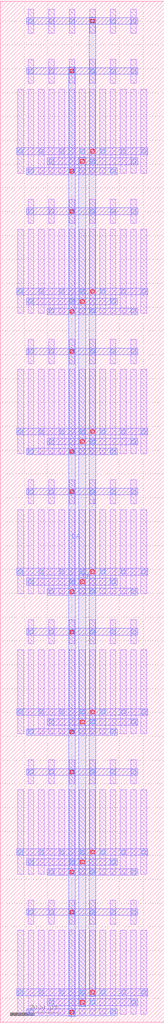
<source format=lef>
MACRO SCM_PMOS_77874900_X3_Y7
  UNITS 
    DATABASE MICRONS UNITS 1000;
  END UNITS 
  ORIGIN 0 0 ;
  FOREIGN SCM_PMOS_77874900_X3_Y7 0 0 ;
  SIZE 6880 BY 42840 ;
  PIN DA
    DIRECTION INOUT ;
    USE SIGNAL ;
    PORT
      LAYER M3 ;
        RECT 2870 260 3150 40060 ;
    END
  END DA
  PIN DB
    DIRECTION INOUT ;
    USE SIGNAL ;
    PORT
      LAYER M3 ;
        RECT 3300 680 3580 36280 ;
    END
  END DB
  PIN S
    DIRECTION INOUT ;
    USE SIGNAL ;
    PORT
      LAYER M3 ;
        RECT 3730 1100 4010 42160 ;
    END
  END S
  OBS
    LAYER M1 ;
      RECT 1165 335 1415 3865 ;
    LAYER M1 ;
      RECT 1165 4115 1415 5125 ;
    LAYER M1 ;
      RECT 1165 6215 1415 9745 ;
    LAYER M1 ;
      RECT 1165 9995 1415 11005 ;
    LAYER M1 ;
      RECT 1165 12095 1415 15625 ;
    LAYER M1 ;
      RECT 1165 15875 1415 16885 ;
    LAYER M1 ;
      RECT 1165 17975 1415 21505 ;
    LAYER M1 ;
      RECT 1165 21755 1415 22765 ;
    LAYER M1 ;
      RECT 1165 23855 1415 27385 ;
    LAYER M1 ;
      RECT 1165 27635 1415 28645 ;
    LAYER M1 ;
      RECT 1165 29735 1415 33265 ;
    LAYER M1 ;
      RECT 1165 33515 1415 34525 ;
    LAYER M1 ;
      RECT 1165 35615 1415 39145 ;
    LAYER M1 ;
      RECT 1165 39395 1415 40405 ;
    LAYER M1 ;
      RECT 1165 41495 1415 42505 ;
    LAYER M1 ;
      RECT 735 335 985 3865 ;
    LAYER M1 ;
      RECT 735 6215 985 9745 ;
    LAYER M1 ;
      RECT 735 12095 985 15625 ;
    LAYER M1 ;
      RECT 735 17975 985 21505 ;
    LAYER M1 ;
      RECT 735 23855 985 27385 ;
    LAYER M1 ;
      RECT 735 29735 985 33265 ;
    LAYER M1 ;
      RECT 735 35615 985 39145 ;
    LAYER M1 ;
      RECT 1595 335 1845 3865 ;
    LAYER M1 ;
      RECT 1595 6215 1845 9745 ;
    LAYER M1 ;
      RECT 1595 12095 1845 15625 ;
    LAYER M1 ;
      RECT 1595 17975 1845 21505 ;
    LAYER M1 ;
      RECT 1595 23855 1845 27385 ;
    LAYER M1 ;
      RECT 1595 29735 1845 33265 ;
    LAYER M1 ;
      RECT 1595 35615 1845 39145 ;
    LAYER M1 ;
      RECT 2025 335 2275 3865 ;
    LAYER M1 ;
      RECT 2025 4115 2275 5125 ;
    LAYER M1 ;
      RECT 2025 6215 2275 9745 ;
    LAYER M1 ;
      RECT 2025 9995 2275 11005 ;
    LAYER M1 ;
      RECT 2025 12095 2275 15625 ;
    LAYER M1 ;
      RECT 2025 15875 2275 16885 ;
    LAYER M1 ;
      RECT 2025 17975 2275 21505 ;
    LAYER M1 ;
      RECT 2025 21755 2275 22765 ;
    LAYER M1 ;
      RECT 2025 23855 2275 27385 ;
    LAYER M1 ;
      RECT 2025 27635 2275 28645 ;
    LAYER M1 ;
      RECT 2025 29735 2275 33265 ;
    LAYER M1 ;
      RECT 2025 33515 2275 34525 ;
    LAYER M1 ;
      RECT 2025 35615 2275 39145 ;
    LAYER M1 ;
      RECT 2025 39395 2275 40405 ;
    LAYER M1 ;
      RECT 2025 41495 2275 42505 ;
    LAYER M1 ;
      RECT 2455 335 2705 3865 ;
    LAYER M1 ;
      RECT 2455 6215 2705 9745 ;
    LAYER M1 ;
      RECT 2455 12095 2705 15625 ;
    LAYER M1 ;
      RECT 2455 17975 2705 21505 ;
    LAYER M1 ;
      RECT 2455 23855 2705 27385 ;
    LAYER M1 ;
      RECT 2455 29735 2705 33265 ;
    LAYER M1 ;
      RECT 2455 35615 2705 39145 ;
    LAYER M1 ;
      RECT 2885 335 3135 3865 ;
    LAYER M1 ;
      RECT 2885 4115 3135 5125 ;
    LAYER M1 ;
      RECT 2885 6215 3135 9745 ;
    LAYER M1 ;
      RECT 2885 9995 3135 11005 ;
    LAYER M1 ;
      RECT 2885 12095 3135 15625 ;
    LAYER M1 ;
      RECT 2885 15875 3135 16885 ;
    LAYER M1 ;
      RECT 2885 17975 3135 21505 ;
    LAYER M1 ;
      RECT 2885 21755 3135 22765 ;
    LAYER M1 ;
      RECT 2885 23855 3135 27385 ;
    LAYER M1 ;
      RECT 2885 27635 3135 28645 ;
    LAYER M1 ;
      RECT 2885 29735 3135 33265 ;
    LAYER M1 ;
      RECT 2885 33515 3135 34525 ;
    LAYER M1 ;
      RECT 2885 35615 3135 39145 ;
    LAYER M1 ;
      RECT 2885 39395 3135 40405 ;
    LAYER M1 ;
      RECT 2885 41495 3135 42505 ;
    LAYER M1 ;
      RECT 3315 335 3565 3865 ;
    LAYER M1 ;
      RECT 3315 6215 3565 9745 ;
    LAYER M1 ;
      RECT 3315 12095 3565 15625 ;
    LAYER M1 ;
      RECT 3315 17975 3565 21505 ;
    LAYER M1 ;
      RECT 3315 23855 3565 27385 ;
    LAYER M1 ;
      RECT 3315 29735 3565 33265 ;
    LAYER M1 ;
      RECT 3315 35615 3565 39145 ;
    LAYER M1 ;
      RECT 3745 335 3995 3865 ;
    LAYER M1 ;
      RECT 3745 4115 3995 5125 ;
    LAYER M1 ;
      RECT 3745 6215 3995 9745 ;
    LAYER M1 ;
      RECT 3745 9995 3995 11005 ;
    LAYER M1 ;
      RECT 3745 12095 3995 15625 ;
    LAYER M1 ;
      RECT 3745 15875 3995 16885 ;
    LAYER M1 ;
      RECT 3745 17975 3995 21505 ;
    LAYER M1 ;
      RECT 3745 21755 3995 22765 ;
    LAYER M1 ;
      RECT 3745 23855 3995 27385 ;
    LAYER M1 ;
      RECT 3745 27635 3995 28645 ;
    LAYER M1 ;
      RECT 3745 29735 3995 33265 ;
    LAYER M1 ;
      RECT 3745 33515 3995 34525 ;
    LAYER M1 ;
      RECT 3745 35615 3995 39145 ;
    LAYER M1 ;
      RECT 3745 39395 3995 40405 ;
    LAYER M1 ;
      RECT 3745 41495 3995 42505 ;
    LAYER M1 ;
      RECT 4175 335 4425 3865 ;
    LAYER M1 ;
      RECT 4175 6215 4425 9745 ;
    LAYER M1 ;
      RECT 4175 12095 4425 15625 ;
    LAYER M1 ;
      RECT 4175 17975 4425 21505 ;
    LAYER M1 ;
      RECT 4175 23855 4425 27385 ;
    LAYER M1 ;
      RECT 4175 29735 4425 33265 ;
    LAYER M1 ;
      RECT 4175 35615 4425 39145 ;
    LAYER M1 ;
      RECT 4605 335 4855 3865 ;
    LAYER M1 ;
      RECT 4605 4115 4855 5125 ;
    LAYER M1 ;
      RECT 4605 6215 4855 9745 ;
    LAYER M1 ;
      RECT 4605 9995 4855 11005 ;
    LAYER M1 ;
      RECT 4605 12095 4855 15625 ;
    LAYER M1 ;
      RECT 4605 15875 4855 16885 ;
    LAYER M1 ;
      RECT 4605 17975 4855 21505 ;
    LAYER M1 ;
      RECT 4605 21755 4855 22765 ;
    LAYER M1 ;
      RECT 4605 23855 4855 27385 ;
    LAYER M1 ;
      RECT 4605 27635 4855 28645 ;
    LAYER M1 ;
      RECT 4605 29735 4855 33265 ;
    LAYER M1 ;
      RECT 4605 33515 4855 34525 ;
    LAYER M1 ;
      RECT 4605 35615 4855 39145 ;
    LAYER M1 ;
      RECT 4605 39395 4855 40405 ;
    LAYER M1 ;
      RECT 4605 41495 4855 42505 ;
    LAYER M1 ;
      RECT 5035 335 5285 3865 ;
    LAYER M1 ;
      RECT 5035 6215 5285 9745 ;
    LAYER M1 ;
      RECT 5035 12095 5285 15625 ;
    LAYER M1 ;
      RECT 5035 17975 5285 21505 ;
    LAYER M1 ;
      RECT 5035 23855 5285 27385 ;
    LAYER M1 ;
      RECT 5035 29735 5285 33265 ;
    LAYER M1 ;
      RECT 5035 35615 5285 39145 ;
    LAYER M1 ;
      RECT 5465 335 5715 3865 ;
    LAYER M1 ;
      RECT 5465 4115 5715 5125 ;
    LAYER M1 ;
      RECT 5465 6215 5715 9745 ;
    LAYER M1 ;
      RECT 5465 9995 5715 11005 ;
    LAYER M1 ;
      RECT 5465 12095 5715 15625 ;
    LAYER M1 ;
      RECT 5465 15875 5715 16885 ;
    LAYER M1 ;
      RECT 5465 17975 5715 21505 ;
    LAYER M1 ;
      RECT 5465 21755 5715 22765 ;
    LAYER M1 ;
      RECT 5465 23855 5715 27385 ;
    LAYER M1 ;
      RECT 5465 27635 5715 28645 ;
    LAYER M1 ;
      RECT 5465 29735 5715 33265 ;
    LAYER M1 ;
      RECT 5465 33515 5715 34525 ;
    LAYER M1 ;
      RECT 5465 35615 5715 39145 ;
    LAYER M1 ;
      RECT 5465 39395 5715 40405 ;
    LAYER M1 ;
      RECT 5465 41495 5715 42505 ;
    LAYER M1 ;
      RECT 5895 335 6145 3865 ;
    LAYER M1 ;
      RECT 5895 6215 6145 9745 ;
    LAYER M1 ;
      RECT 5895 12095 6145 15625 ;
    LAYER M1 ;
      RECT 5895 17975 6145 21505 ;
    LAYER M1 ;
      RECT 5895 23855 6145 27385 ;
    LAYER M1 ;
      RECT 5895 29735 6145 33265 ;
    LAYER M1 ;
      RECT 5895 35615 6145 39145 ;
    LAYER M2 ;
      RECT 1120 4480 5760 4760 ;
    LAYER M2 ;
      RECT 1120 280 4900 560 ;
    LAYER M2 ;
      RECT 1980 700 5760 980 ;
    LAYER M2 ;
      RECT 690 1120 6190 1400 ;
    LAYER M2 ;
      RECT 1120 10360 5760 10640 ;
    LAYER M2 ;
      RECT 1980 6160 5760 6440 ;
    LAYER M2 ;
      RECT 1120 6580 4900 6860 ;
    LAYER M2 ;
      RECT 690 7000 6190 7280 ;
    LAYER M2 ;
      RECT 1120 16240 5760 16520 ;
    LAYER M2 ;
      RECT 1120 12040 4900 12320 ;
    LAYER M2 ;
      RECT 1980 12460 5760 12740 ;
    LAYER M2 ;
      RECT 690 12880 6190 13160 ;
    LAYER M2 ;
      RECT 1120 22120 5760 22400 ;
    LAYER M2 ;
      RECT 1980 17920 5760 18200 ;
    LAYER M2 ;
      RECT 1120 18340 4900 18620 ;
    LAYER M2 ;
      RECT 690 18760 6190 19040 ;
    LAYER M2 ;
      RECT 1120 28000 5760 28280 ;
    LAYER M2 ;
      RECT 1120 23800 4900 24080 ;
    LAYER M2 ;
      RECT 1980 24220 5760 24500 ;
    LAYER M2 ;
      RECT 690 24640 6190 24920 ;
    LAYER M2 ;
      RECT 1120 33880 5760 34160 ;
    LAYER M2 ;
      RECT 1980 29680 5760 29960 ;
    LAYER M2 ;
      RECT 1120 30100 4900 30380 ;
    LAYER M2 ;
      RECT 690 30520 6190 30800 ;
    LAYER M2 ;
      RECT 1120 39760 5760 40040 ;
    LAYER M2 ;
      RECT 1120 35560 4900 35840 ;
    LAYER M2 ;
      RECT 1980 35980 5760 36260 ;
    LAYER M2 ;
      RECT 690 36400 6190 36680 ;
    LAYER M2 ;
      RECT 1120 41860 5760 42140 ;
    LAYER V1 ;
      RECT 1205 335 1375 505 ;
    LAYER V1 ;
      RECT 1205 4535 1375 4705 ;
    LAYER V1 ;
      RECT 1205 6635 1375 6805 ;
    LAYER V1 ;
      RECT 1205 10415 1375 10585 ;
    LAYER V1 ;
      RECT 1205 12095 1375 12265 ;
    LAYER V1 ;
      RECT 1205 16295 1375 16465 ;
    LAYER V1 ;
      RECT 1205 18395 1375 18565 ;
    LAYER V1 ;
      RECT 1205 22175 1375 22345 ;
    LAYER V1 ;
      RECT 1205 23855 1375 24025 ;
    LAYER V1 ;
      RECT 1205 28055 1375 28225 ;
    LAYER V1 ;
      RECT 1205 30155 1375 30325 ;
    LAYER V1 ;
      RECT 1205 33935 1375 34105 ;
    LAYER V1 ;
      RECT 1205 35615 1375 35785 ;
    LAYER V1 ;
      RECT 1205 39815 1375 39985 ;
    LAYER V1 ;
      RECT 1205 41915 1375 42085 ;
    LAYER V1 ;
      RECT 2065 755 2235 925 ;
    LAYER V1 ;
      RECT 2065 4535 2235 4705 ;
    LAYER V1 ;
      RECT 2065 6215 2235 6385 ;
    LAYER V1 ;
      RECT 2065 10415 2235 10585 ;
    LAYER V1 ;
      RECT 2065 12515 2235 12685 ;
    LAYER V1 ;
      RECT 2065 16295 2235 16465 ;
    LAYER V1 ;
      RECT 2065 17975 2235 18145 ;
    LAYER V1 ;
      RECT 2065 22175 2235 22345 ;
    LAYER V1 ;
      RECT 2065 24275 2235 24445 ;
    LAYER V1 ;
      RECT 2065 28055 2235 28225 ;
    LAYER V1 ;
      RECT 2065 29735 2235 29905 ;
    LAYER V1 ;
      RECT 2065 33935 2235 34105 ;
    LAYER V1 ;
      RECT 2065 36035 2235 36205 ;
    LAYER V1 ;
      RECT 2065 39815 2235 39985 ;
    LAYER V1 ;
      RECT 2065 41915 2235 42085 ;
    LAYER V1 ;
      RECT 2925 335 3095 505 ;
    LAYER V1 ;
      RECT 2925 4535 3095 4705 ;
    LAYER V1 ;
      RECT 2925 6635 3095 6805 ;
    LAYER V1 ;
      RECT 2925 10415 3095 10585 ;
    LAYER V1 ;
      RECT 2925 12095 3095 12265 ;
    LAYER V1 ;
      RECT 2925 16295 3095 16465 ;
    LAYER V1 ;
      RECT 2925 18395 3095 18565 ;
    LAYER V1 ;
      RECT 2925 22175 3095 22345 ;
    LAYER V1 ;
      RECT 2925 23855 3095 24025 ;
    LAYER V1 ;
      RECT 2925 28055 3095 28225 ;
    LAYER V1 ;
      RECT 2925 30155 3095 30325 ;
    LAYER V1 ;
      RECT 2925 33935 3095 34105 ;
    LAYER V1 ;
      RECT 2925 35615 3095 35785 ;
    LAYER V1 ;
      RECT 2925 39815 3095 39985 ;
    LAYER V1 ;
      RECT 2925 41915 3095 42085 ;
    LAYER V1 ;
      RECT 3785 755 3955 925 ;
    LAYER V1 ;
      RECT 3785 4535 3955 4705 ;
    LAYER V1 ;
      RECT 3785 6215 3955 6385 ;
    LAYER V1 ;
      RECT 3785 10415 3955 10585 ;
    LAYER V1 ;
      RECT 3785 12515 3955 12685 ;
    LAYER V1 ;
      RECT 3785 16295 3955 16465 ;
    LAYER V1 ;
      RECT 3785 17975 3955 18145 ;
    LAYER V1 ;
      RECT 3785 22175 3955 22345 ;
    LAYER V1 ;
      RECT 3785 24275 3955 24445 ;
    LAYER V1 ;
      RECT 3785 28055 3955 28225 ;
    LAYER V1 ;
      RECT 3785 29735 3955 29905 ;
    LAYER V1 ;
      RECT 3785 33935 3955 34105 ;
    LAYER V1 ;
      RECT 3785 36035 3955 36205 ;
    LAYER V1 ;
      RECT 3785 39815 3955 39985 ;
    LAYER V1 ;
      RECT 3785 41915 3955 42085 ;
    LAYER V1 ;
      RECT 4645 335 4815 505 ;
    LAYER V1 ;
      RECT 4645 4535 4815 4705 ;
    LAYER V1 ;
      RECT 4645 6635 4815 6805 ;
    LAYER V1 ;
      RECT 4645 10415 4815 10585 ;
    LAYER V1 ;
      RECT 4645 12095 4815 12265 ;
    LAYER V1 ;
      RECT 4645 16295 4815 16465 ;
    LAYER V1 ;
      RECT 4645 18395 4815 18565 ;
    LAYER V1 ;
      RECT 4645 22175 4815 22345 ;
    LAYER V1 ;
      RECT 4645 23855 4815 24025 ;
    LAYER V1 ;
      RECT 4645 28055 4815 28225 ;
    LAYER V1 ;
      RECT 4645 30155 4815 30325 ;
    LAYER V1 ;
      RECT 4645 33935 4815 34105 ;
    LAYER V1 ;
      RECT 4645 35615 4815 35785 ;
    LAYER V1 ;
      RECT 4645 39815 4815 39985 ;
    LAYER V1 ;
      RECT 4645 41915 4815 42085 ;
    LAYER V1 ;
      RECT 5505 755 5675 925 ;
    LAYER V1 ;
      RECT 5505 4535 5675 4705 ;
    LAYER V1 ;
      RECT 5505 6215 5675 6385 ;
    LAYER V1 ;
      RECT 5505 10415 5675 10585 ;
    LAYER V1 ;
      RECT 5505 12515 5675 12685 ;
    LAYER V1 ;
      RECT 5505 16295 5675 16465 ;
    LAYER V1 ;
      RECT 5505 17975 5675 18145 ;
    LAYER V1 ;
      RECT 5505 22175 5675 22345 ;
    LAYER V1 ;
      RECT 5505 24275 5675 24445 ;
    LAYER V1 ;
      RECT 5505 28055 5675 28225 ;
    LAYER V1 ;
      RECT 5505 29735 5675 29905 ;
    LAYER V1 ;
      RECT 5505 33935 5675 34105 ;
    LAYER V1 ;
      RECT 5505 36035 5675 36205 ;
    LAYER V1 ;
      RECT 5505 39815 5675 39985 ;
    LAYER V1 ;
      RECT 5505 41915 5675 42085 ;
    LAYER V1 ;
      RECT 775 1175 945 1345 ;
    LAYER V1 ;
      RECT 775 7055 945 7225 ;
    LAYER V1 ;
      RECT 775 12935 945 13105 ;
    LAYER V1 ;
      RECT 775 18815 945 18985 ;
    LAYER V1 ;
      RECT 775 24695 945 24865 ;
    LAYER V1 ;
      RECT 775 30575 945 30745 ;
    LAYER V1 ;
      RECT 775 36455 945 36625 ;
    LAYER V1 ;
      RECT 1635 1175 1805 1345 ;
    LAYER V1 ;
      RECT 1635 7055 1805 7225 ;
    LAYER V1 ;
      RECT 1635 12935 1805 13105 ;
    LAYER V1 ;
      RECT 1635 18815 1805 18985 ;
    LAYER V1 ;
      RECT 1635 24695 1805 24865 ;
    LAYER V1 ;
      RECT 1635 30575 1805 30745 ;
    LAYER V1 ;
      RECT 1635 36455 1805 36625 ;
    LAYER V1 ;
      RECT 2495 1175 2665 1345 ;
    LAYER V1 ;
      RECT 2495 7055 2665 7225 ;
    LAYER V1 ;
      RECT 2495 12935 2665 13105 ;
    LAYER V1 ;
      RECT 2495 18815 2665 18985 ;
    LAYER V1 ;
      RECT 2495 24695 2665 24865 ;
    LAYER V1 ;
      RECT 2495 30575 2665 30745 ;
    LAYER V1 ;
      RECT 2495 36455 2665 36625 ;
    LAYER V1 ;
      RECT 3355 1175 3525 1345 ;
    LAYER V1 ;
      RECT 3355 7055 3525 7225 ;
    LAYER V1 ;
      RECT 3355 12935 3525 13105 ;
    LAYER V1 ;
      RECT 3355 18815 3525 18985 ;
    LAYER V1 ;
      RECT 3355 24695 3525 24865 ;
    LAYER V1 ;
      RECT 3355 30575 3525 30745 ;
    LAYER V1 ;
      RECT 3355 36455 3525 36625 ;
    LAYER V1 ;
      RECT 4215 1175 4385 1345 ;
    LAYER V1 ;
      RECT 4215 7055 4385 7225 ;
    LAYER V1 ;
      RECT 4215 12935 4385 13105 ;
    LAYER V1 ;
      RECT 4215 18815 4385 18985 ;
    LAYER V1 ;
      RECT 4215 24695 4385 24865 ;
    LAYER V1 ;
      RECT 4215 30575 4385 30745 ;
    LAYER V1 ;
      RECT 4215 36455 4385 36625 ;
    LAYER V1 ;
      RECT 5075 1175 5245 1345 ;
    LAYER V1 ;
      RECT 5075 7055 5245 7225 ;
    LAYER V1 ;
      RECT 5075 12935 5245 13105 ;
    LAYER V1 ;
      RECT 5075 18815 5245 18985 ;
    LAYER V1 ;
      RECT 5075 24695 5245 24865 ;
    LAYER V1 ;
      RECT 5075 30575 5245 30745 ;
    LAYER V1 ;
      RECT 5075 36455 5245 36625 ;
    LAYER V1 ;
      RECT 5935 1175 6105 1345 ;
    LAYER V1 ;
      RECT 5935 7055 6105 7225 ;
    LAYER V1 ;
      RECT 5935 12935 6105 13105 ;
    LAYER V1 ;
      RECT 5935 18815 6105 18985 ;
    LAYER V1 ;
      RECT 5935 24695 6105 24865 ;
    LAYER V1 ;
      RECT 5935 30575 6105 30745 ;
    LAYER V1 ;
      RECT 5935 36455 6105 36625 ;
    LAYER V2 ;
      RECT 2935 345 3085 495 ;
    LAYER V2 ;
      RECT 2935 4545 3085 4695 ;
    LAYER V2 ;
      RECT 2935 6225 3085 6375 ;
    LAYER V2 ;
      RECT 2935 10425 3085 10575 ;
    LAYER V2 ;
      RECT 2935 12105 3085 12255 ;
    LAYER V2 ;
      RECT 2935 16305 3085 16455 ;
    LAYER V2 ;
      RECT 2935 17985 3085 18135 ;
    LAYER V2 ;
      RECT 2935 22185 3085 22335 ;
    LAYER V2 ;
      RECT 2935 23865 3085 24015 ;
    LAYER V2 ;
      RECT 2935 28065 3085 28215 ;
    LAYER V2 ;
      RECT 2935 29745 3085 29895 ;
    LAYER V2 ;
      RECT 2935 33945 3085 34095 ;
    LAYER V2 ;
      RECT 2935 35625 3085 35775 ;
    LAYER V2 ;
      RECT 2935 39825 3085 39975 ;
    LAYER V2 ;
      RECT 3365 765 3515 915 ;
    LAYER V2 ;
      RECT 3365 6645 3515 6795 ;
    LAYER V2 ;
      RECT 3365 12525 3515 12675 ;
    LAYER V2 ;
      RECT 3365 18405 3515 18555 ;
    LAYER V2 ;
      RECT 3365 24285 3515 24435 ;
    LAYER V2 ;
      RECT 3365 30165 3515 30315 ;
    LAYER V2 ;
      RECT 3365 36045 3515 36195 ;
    LAYER V2 ;
      RECT 3795 1185 3945 1335 ;
    LAYER V2 ;
      RECT 3795 7065 3945 7215 ;
    LAYER V2 ;
      RECT 3795 12945 3945 13095 ;
    LAYER V2 ;
      RECT 3795 18825 3945 18975 ;
    LAYER V2 ;
      RECT 3795 24705 3945 24855 ;
    LAYER V2 ;
      RECT 3795 30585 3945 30735 ;
    LAYER V2 ;
      RECT 3795 36465 3945 36615 ;
    LAYER V2 ;
      RECT 3795 41925 3945 42075 ;
  END
END SCM_PMOS_77874900_X3_Y7

</source>
